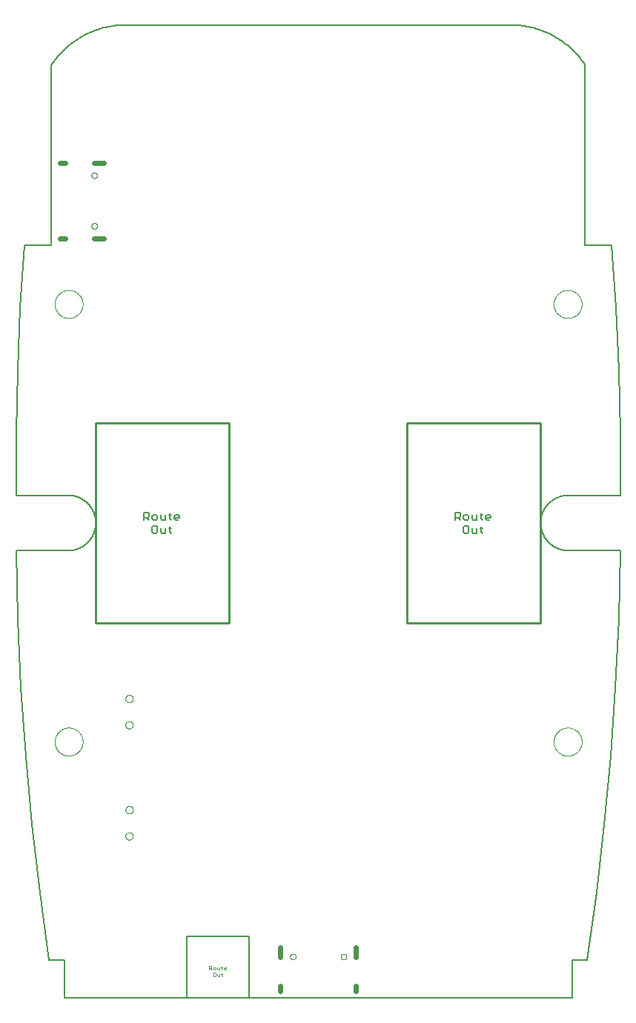
<source format=gko>
G04 EAGLE Gerber RS-274X export*
G75*
%MOMM*%
%FSLAX34Y34*%
%LPD*%
%IN*%
%IPPOS*%
%AMOC8*
5,1,8,0,0,1.08239X$1,22.5*%
G01*
%ADD10C,0.254000*%
%ADD11C,0.152400*%
%ADD12C,0.000000*%
%ADD13C,0.600000*%
%ADD14C,0.076200*%
%ADD15C,0.203200*%


D10*
X0Y660400D02*
X152400Y660400D01*
X152400Y431800D01*
X0Y431800D01*
X0Y660400D01*
X355600Y660400D02*
X508000Y660400D01*
X508000Y431800D01*
X355600Y431800D01*
X355600Y660400D01*
D11*
X55133Y558045D02*
X55133Y549402D01*
X55133Y558045D02*
X59455Y558045D01*
X60895Y556605D01*
X60895Y553724D01*
X59455Y552283D01*
X55133Y552283D01*
X58014Y552283D02*
X60895Y549402D01*
X65929Y549402D02*
X68810Y549402D01*
X70251Y550843D01*
X70251Y553724D01*
X68810Y555164D01*
X65929Y555164D01*
X64488Y553724D01*
X64488Y550843D01*
X65929Y549402D01*
X73844Y550843D02*
X73844Y555164D01*
X73844Y550843D02*
X75284Y549402D01*
X79606Y549402D01*
X79606Y555164D01*
X84639Y556605D02*
X84639Y550843D01*
X86080Y549402D01*
X86080Y555164D02*
X83199Y555164D01*
X90876Y549402D02*
X93757Y549402D01*
X90876Y549402D02*
X89436Y550843D01*
X89436Y553724D01*
X90876Y555164D01*
X93757Y555164D01*
X95198Y553724D01*
X95198Y552283D01*
X89436Y552283D01*
X68810Y542805D02*
X65929Y542805D01*
X64488Y541365D01*
X64488Y535603D01*
X65929Y534162D01*
X68810Y534162D01*
X70251Y535603D01*
X70251Y541365D01*
X68810Y542805D01*
X73844Y539924D02*
X73844Y535603D01*
X75284Y534162D01*
X79606Y534162D01*
X79606Y539924D01*
X84639Y541365D02*
X84639Y535603D01*
X86080Y534162D01*
X86080Y539924D02*
X83199Y539924D01*
X410733Y549402D02*
X410733Y558045D01*
X415055Y558045D01*
X416495Y556605D01*
X416495Y553724D01*
X415055Y552283D01*
X410733Y552283D01*
X413614Y552283D02*
X416495Y549402D01*
X421529Y549402D02*
X424410Y549402D01*
X425851Y550843D01*
X425851Y553724D01*
X424410Y555164D01*
X421529Y555164D01*
X420088Y553724D01*
X420088Y550843D01*
X421529Y549402D01*
X429444Y550843D02*
X429444Y555164D01*
X429444Y550843D02*
X430884Y549402D01*
X435206Y549402D01*
X435206Y555164D01*
X440239Y556605D02*
X440239Y550843D01*
X441680Y549402D01*
X441680Y555164D02*
X438799Y555164D01*
X446476Y549402D02*
X449357Y549402D01*
X446476Y549402D02*
X445036Y550843D01*
X445036Y553724D01*
X446476Y555164D01*
X449357Y555164D01*
X450798Y553724D01*
X450798Y552283D01*
X445036Y552283D01*
X424410Y542805D02*
X421529Y542805D01*
X420088Y541365D01*
X420088Y535603D01*
X421529Y534162D01*
X424410Y534162D01*
X425851Y535603D01*
X425851Y541365D01*
X424410Y542805D01*
X429444Y539924D02*
X429444Y535603D01*
X430884Y534162D01*
X435206Y534162D01*
X435206Y539924D01*
X440239Y541365D02*
X440239Y535603D01*
X441680Y534162D01*
X441680Y539924D02*
X438799Y539924D01*
D12*
X221850Y50320D02*
X221852Y50433D01*
X221858Y50547D01*
X221868Y50660D01*
X221882Y50772D01*
X221899Y50884D01*
X221921Y50996D01*
X221947Y51106D01*
X221976Y51216D01*
X222009Y51324D01*
X222046Y51432D01*
X222087Y51537D01*
X222131Y51642D01*
X222179Y51745D01*
X222230Y51846D01*
X222285Y51945D01*
X222344Y52042D01*
X222406Y52137D01*
X222471Y52230D01*
X222539Y52321D01*
X222610Y52409D01*
X222685Y52495D01*
X222762Y52578D01*
X222842Y52658D01*
X222925Y52735D01*
X223011Y52810D01*
X223099Y52881D01*
X223190Y52949D01*
X223283Y53014D01*
X223378Y53076D01*
X223475Y53135D01*
X223574Y53190D01*
X223675Y53241D01*
X223778Y53289D01*
X223883Y53333D01*
X223988Y53374D01*
X224096Y53411D01*
X224204Y53444D01*
X224314Y53473D01*
X224424Y53499D01*
X224536Y53521D01*
X224648Y53538D01*
X224760Y53552D01*
X224873Y53562D01*
X224987Y53568D01*
X225100Y53570D01*
X225213Y53568D01*
X225327Y53562D01*
X225440Y53552D01*
X225552Y53538D01*
X225664Y53521D01*
X225776Y53499D01*
X225886Y53473D01*
X225996Y53444D01*
X226104Y53411D01*
X226212Y53374D01*
X226317Y53333D01*
X226422Y53289D01*
X226525Y53241D01*
X226626Y53190D01*
X226725Y53135D01*
X226822Y53076D01*
X226917Y53014D01*
X227010Y52949D01*
X227101Y52881D01*
X227189Y52810D01*
X227275Y52735D01*
X227358Y52658D01*
X227438Y52578D01*
X227515Y52495D01*
X227590Y52409D01*
X227661Y52321D01*
X227729Y52230D01*
X227794Y52137D01*
X227856Y52042D01*
X227915Y51945D01*
X227970Y51846D01*
X228021Y51745D01*
X228069Y51642D01*
X228113Y51537D01*
X228154Y51432D01*
X228191Y51324D01*
X228224Y51216D01*
X228253Y51106D01*
X228279Y50996D01*
X228301Y50884D01*
X228318Y50772D01*
X228332Y50660D01*
X228342Y50547D01*
X228348Y50433D01*
X228350Y50320D01*
X228348Y50207D01*
X228342Y50093D01*
X228332Y49980D01*
X228318Y49868D01*
X228301Y49756D01*
X228279Y49644D01*
X228253Y49534D01*
X228224Y49424D01*
X228191Y49316D01*
X228154Y49208D01*
X228113Y49103D01*
X228069Y48998D01*
X228021Y48895D01*
X227970Y48794D01*
X227915Y48695D01*
X227856Y48598D01*
X227794Y48503D01*
X227729Y48410D01*
X227661Y48319D01*
X227590Y48231D01*
X227515Y48145D01*
X227438Y48062D01*
X227358Y47982D01*
X227275Y47905D01*
X227189Y47830D01*
X227101Y47759D01*
X227010Y47691D01*
X226917Y47626D01*
X226822Y47564D01*
X226725Y47505D01*
X226626Y47450D01*
X226525Y47399D01*
X226422Y47351D01*
X226317Y47307D01*
X226212Y47266D01*
X226104Y47229D01*
X225996Y47196D01*
X225886Y47167D01*
X225776Y47141D01*
X225664Y47119D01*
X225552Y47102D01*
X225440Y47088D01*
X225327Y47078D01*
X225213Y47072D01*
X225100Y47070D01*
X224987Y47072D01*
X224873Y47078D01*
X224760Y47088D01*
X224648Y47102D01*
X224536Y47119D01*
X224424Y47141D01*
X224314Y47167D01*
X224204Y47196D01*
X224096Y47229D01*
X223988Y47266D01*
X223883Y47307D01*
X223778Y47351D01*
X223675Y47399D01*
X223574Y47450D01*
X223475Y47505D01*
X223378Y47564D01*
X223283Y47626D01*
X223190Y47691D01*
X223099Y47759D01*
X223011Y47830D01*
X222925Y47905D01*
X222842Y47982D01*
X222762Y48062D01*
X222685Y48145D01*
X222610Y48231D01*
X222539Y48319D01*
X222471Y48410D01*
X222406Y48503D01*
X222344Y48598D01*
X222285Y48695D01*
X222230Y48794D01*
X222179Y48895D01*
X222131Y48998D01*
X222087Y49103D01*
X222046Y49208D01*
X222009Y49316D01*
X221976Y49424D01*
X221947Y49534D01*
X221921Y49644D01*
X221899Y49756D01*
X221882Y49868D01*
X221868Y49980D01*
X221858Y50093D01*
X221852Y50207D01*
X221850Y50320D01*
X279650Y50320D02*
X279652Y50433D01*
X279658Y50547D01*
X279668Y50660D01*
X279682Y50772D01*
X279699Y50884D01*
X279721Y50996D01*
X279747Y51106D01*
X279776Y51216D01*
X279809Y51324D01*
X279846Y51432D01*
X279887Y51537D01*
X279931Y51642D01*
X279979Y51745D01*
X280030Y51846D01*
X280085Y51945D01*
X280144Y52042D01*
X280206Y52137D01*
X280271Y52230D01*
X280339Y52321D01*
X280410Y52409D01*
X280485Y52495D01*
X280562Y52578D01*
X280642Y52658D01*
X280725Y52735D01*
X280811Y52810D01*
X280899Y52881D01*
X280990Y52949D01*
X281083Y53014D01*
X281178Y53076D01*
X281275Y53135D01*
X281374Y53190D01*
X281475Y53241D01*
X281578Y53289D01*
X281683Y53333D01*
X281788Y53374D01*
X281896Y53411D01*
X282004Y53444D01*
X282114Y53473D01*
X282224Y53499D01*
X282336Y53521D01*
X282448Y53538D01*
X282560Y53552D01*
X282673Y53562D01*
X282787Y53568D01*
X282900Y53570D01*
X283013Y53568D01*
X283127Y53562D01*
X283240Y53552D01*
X283352Y53538D01*
X283464Y53521D01*
X283576Y53499D01*
X283686Y53473D01*
X283796Y53444D01*
X283904Y53411D01*
X284012Y53374D01*
X284117Y53333D01*
X284222Y53289D01*
X284325Y53241D01*
X284426Y53190D01*
X284525Y53135D01*
X284622Y53076D01*
X284717Y53014D01*
X284810Y52949D01*
X284901Y52881D01*
X284989Y52810D01*
X285075Y52735D01*
X285158Y52658D01*
X285238Y52578D01*
X285315Y52495D01*
X285390Y52409D01*
X285461Y52321D01*
X285529Y52230D01*
X285594Y52137D01*
X285656Y52042D01*
X285715Y51945D01*
X285770Y51846D01*
X285821Y51745D01*
X285869Y51642D01*
X285913Y51537D01*
X285954Y51432D01*
X285991Y51324D01*
X286024Y51216D01*
X286053Y51106D01*
X286079Y50996D01*
X286101Y50884D01*
X286118Y50772D01*
X286132Y50660D01*
X286142Y50547D01*
X286148Y50433D01*
X286150Y50320D01*
X286148Y50207D01*
X286142Y50093D01*
X286132Y49980D01*
X286118Y49868D01*
X286101Y49756D01*
X286079Y49644D01*
X286053Y49534D01*
X286024Y49424D01*
X285991Y49316D01*
X285954Y49208D01*
X285913Y49103D01*
X285869Y48998D01*
X285821Y48895D01*
X285770Y48794D01*
X285715Y48695D01*
X285656Y48598D01*
X285594Y48503D01*
X285529Y48410D01*
X285461Y48319D01*
X285390Y48231D01*
X285315Y48145D01*
X285238Y48062D01*
X285158Y47982D01*
X285075Y47905D01*
X284989Y47830D01*
X284901Y47759D01*
X284810Y47691D01*
X284717Y47626D01*
X284622Y47564D01*
X284525Y47505D01*
X284426Y47450D01*
X284325Y47399D01*
X284222Y47351D01*
X284117Y47307D01*
X284012Y47266D01*
X283904Y47229D01*
X283796Y47196D01*
X283686Y47167D01*
X283576Y47141D01*
X283464Y47119D01*
X283352Y47102D01*
X283240Y47088D01*
X283127Y47078D01*
X283013Y47072D01*
X282900Y47070D01*
X282787Y47072D01*
X282673Y47078D01*
X282560Y47088D01*
X282448Y47102D01*
X282336Y47119D01*
X282224Y47141D01*
X282114Y47167D01*
X282004Y47196D01*
X281896Y47229D01*
X281788Y47266D01*
X281683Y47307D01*
X281578Y47351D01*
X281475Y47399D01*
X281374Y47450D01*
X281275Y47505D01*
X281178Y47564D01*
X281083Y47626D01*
X280990Y47691D01*
X280899Y47759D01*
X280811Y47830D01*
X280725Y47905D01*
X280642Y47982D01*
X280562Y48062D01*
X280485Y48145D01*
X280410Y48231D01*
X280339Y48319D01*
X280271Y48410D01*
X280206Y48503D01*
X280144Y48598D01*
X280085Y48695D01*
X280030Y48794D01*
X279979Y48895D01*
X279931Y48998D01*
X279887Y49103D01*
X279846Y49208D01*
X279809Y49316D01*
X279776Y49424D01*
X279747Y49534D01*
X279721Y49644D01*
X279699Y49756D01*
X279682Y49868D01*
X279668Y49980D01*
X279658Y50093D01*
X279652Y50207D01*
X279650Y50320D01*
D13*
X210820Y50120D02*
X210820Y61120D01*
X297180Y61120D02*
X297180Y50120D01*
X210820Y16970D02*
X210820Y10770D01*
X297180Y10770D02*
X297180Y16970D01*
D11*
X175200Y3810D02*
X175200Y73810D01*
X104200Y73810D01*
X104200Y3810D01*
D14*
X129339Y35441D02*
X129339Y39683D01*
X131459Y39683D01*
X132166Y38976D01*
X132166Y37562D01*
X131459Y36855D01*
X129339Y36855D01*
X130752Y36855D02*
X132166Y35441D01*
X134649Y35441D02*
X136063Y35441D01*
X136770Y36148D01*
X136770Y37562D01*
X136063Y38269D01*
X134649Y38269D01*
X133942Y37562D01*
X133942Y36148D01*
X134649Y35441D01*
X138546Y36148D02*
X138546Y38269D01*
X138546Y36148D02*
X139253Y35441D01*
X141374Y35441D01*
X141374Y38269D01*
X143857Y38976D02*
X143857Y36148D01*
X144564Y35441D01*
X144564Y38269D02*
X143150Y38269D01*
X146926Y35441D02*
X148340Y35441D01*
X146926Y35441D02*
X146220Y36148D01*
X146220Y37562D01*
X146926Y38269D01*
X148340Y38269D01*
X149047Y37562D01*
X149047Y36855D01*
X146220Y36855D01*
X136063Y32183D02*
X134649Y32183D01*
X133942Y31476D01*
X133942Y28648D01*
X134649Y27941D01*
X136063Y27941D01*
X136770Y28648D01*
X136770Y31476D01*
X136063Y32183D01*
X138546Y30769D02*
X138546Y28648D01*
X139253Y27941D01*
X141374Y27941D01*
X141374Y30769D01*
X143857Y31476D02*
X143857Y28648D01*
X144564Y27941D01*
X144564Y30769D02*
X143150Y30769D01*
D15*
X25908Y1114750D02*
X482092Y1114750D01*
D12*
X-46990Y296037D02*
X-46985Y296430D01*
X-46971Y296822D01*
X-46947Y297214D01*
X-46913Y297605D01*
X-46870Y297996D01*
X-46817Y298385D01*
X-46754Y298773D01*
X-46683Y299159D01*
X-46601Y299543D01*
X-46510Y299925D01*
X-46410Y300305D01*
X-46301Y300682D01*
X-46182Y301057D01*
X-46055Y301428D01*
X-45918Y301796D01*
X-45772Y302161D01*
X-45617Y302522D01*
X-45454Y302879D01*
X-45281Y303232D01*
X-45101Y303580D01*
X-44911Y303924D01*
X-44713Y304264D01*
X-44507Y304598D01*
X-44293Y304927D01*
X-44071Y305251D01*
X-43841Y305569D01*
X-43603Y305882D01*
X-43358Y306189D01*
X-43105Y306489D01*
X-42845Y306783D01*
X-42577Y307071D01*
X-42303Y307352D01*
X-42022Y307626D01*
X-41734Y307894D01*
X-41440Y308154D01*
X-41140Y308407D01*
X-40833Y308652D01*
X-40520Y308890D01*
X-40202Y309120D01*
X-39878Y309342D01*
X-39549Y309556D01*
X-39215Y309762D01*
X-38875Y309960D01*
X-38531Y310150D01*
X-38183Y310330D01*
X-37830Y310503D01*
X-37473Y310666D01*
X-37112Y310821D01*
X-36747Y310967D01*
X-36379Y311104D01*
X-36008Y311231D01*
X-35633Y311350D01*
X-35256Y311459D01*
X-34876Y311559D01*
X-34494Y311650D01*
X-34110Y311732D01*
X-33724Y311803D01*
X-33336Y311866D01*
X-32947Y311919D01*
X-32556Y311962D01*
X-32165Y311996D01*
X-31773Y312020D01*
X-31381Y312034D01*
X-30988Y312039D01*
X-30595Y312034D01*
X-30203Y312020D01*
X-29811Y311996D01*
X-29420Y311962D01*
X-29029Y311919D01*
X-28640Y311866D01*
X-28252Y311803D01*
X-27866Y311732D01*
X-27482Y311650D01*
X-27100Y311559D01*
X-26720Y311459D01*
X-26343Y311350D01*
X-25968Y311231D01*
X-25597Y311104D01*
X-25229Y310967D01*
X-24864Y310821D01*
X-24503Y310666D01*
X-24146Y310503D01*
X-23793Y310330D01*
X-23445Y310150D01*
X-23101Y309960D01*
X-22761Y309762D01*
X-22427Y309556D01*
X-22098Y309342D01*
X-21774Y309120D01*
X-21456Y308890D01*
X-21143Y308652D01*
X-20836Y308407D01*
X-20536Y308154D01*
X-20242Y307894D01*
X-19954Y307626D01*
X-19673Y307352D01*
X-19399Y307071D01*
X-19131Y306783D01*
X-18871Y306489D01*
X-18618Y306189D01*
X-18373Y305882D01*
X-18135Y305569D01*
X-17905Y305251D01*
X-17683Y304927D01*
X-17469Y304598D01*
X-17263Y304264D01*
X-17065Y303924D01*
X-16875Y303580D01*
X-16695Y303232D01*
X-16522Y302879D01*
X-16359Y302522D01*
X-16204Y302161D01*
X-16058Y301796D01*
X-15921Y301428D01*
X-15794Y301057D01*
X-15675Y300682D01*
X-15566Y300305D01*
X-15466Y299925D01*
X-15375Y299543D01*
X-15293Y299159D01*
X-15222Y298773D01*
X-15159Y298385D01*
X-15106Y297996D01*
X-15063Y297605D01*
X-15029Y297214D01*
X-15005Y296822D01*
X-14991Y296430D01*
X-14986Y296037D01*
X-14991Y295644D01*
X-15005Y295252D01*
X-15029Y294860D01*
X-15063Y294469D01*
X-15106Y294078D01*
X-15159Y293689D01*
X-15222Y293301D01*
X-15293Y292915D01*
X-15375Y292531D01*
X-15466Y292149D01*
X-15566Y291769D01*
X-15675Y291392D01*
X-15794Y291017D01*
X-15921Y290646D01*
X-16058Y290278D01*
X-16204Y289913D01*
X-16359Y289552D01*
X-16522Y289195D01*
X-16695Y288842D01*
X-16875Y288494D01*
X-17065Y288150D01*
X-17263Y287810D01*
X-17469Y287476D01*
X-17683Y287147D01*
X-17905Y286823D01*
X-18135Y286505D01*
X-18373Y286192D01*
X-18618Y285885D01*
X-18871Y285585D01*
X-19131Y285291D01*
X-19399Y285003D01*
X-19673Y284722D01*
X-19954Y284448D01*
X-20242Y284180D01*
X-20536Y283920D01*
X-20836Y283667D01*
X-21143Y283422D01*
X-21456Y283184D01*
X-21774Y282954D01*
X-22098Y282732D01*
X-22427Y282518D01*
X-22761Y282312D01*
X-23101Y282114D01*
X-23445Y281924D01*
X-23793Y281744D01*
X-24146Y281571D01*
X-24503Y281408D01*
X-24864Y281253D01*
X-25229Y281107D01*
X-25597Y280970D01*
X-25968Y280843D01*
X-26343Y280724D01*
X-26720Y280615D01*
X-27100Y280515D01*
X-27482Y280424D01*
X-27866Y280342D01*
X-28252Y280271D01*
X-28640Y280208D01*
X-29029Y280155D01*
X-29420Y280112D01*
X-29811Y280078D01*
X-30203Y280054D01*
X-30595Y280040D01*
X-30988Y280035D01*
X-31381Y280040D01*
X-31773Y280054D01*
X-32165Y280078D01*
X-32556Y280112D01*
X-32947Y280155D01*
X-33336Y280208D01*
X-33724Y280271D01*
X-34110Y280342D01*
X-34494Y280424D01*
X-34876Y280515D01*
X-35256Y280615D01*
X-35633Y280724D01*
X-36008Y280843D01*
X-36379Y280970D01*
X-36747Y281107D01*
X-37112Y281253D01*
X-37473Y281408D01*
X-37830Y281571D01*
X-38183Y281744D01*
X-38531Y281924D01*
X-38875Y282114D01*
X-39215Y282312D01*
X-39549Y282518D01*
X-39878Y282732D01*
X-40202Y282954D01*
X-40520Y283184D01*
X-40833Y283422D01*
X-41140Y283667D01*
X-41440Y283920D01*
X-41734Y284180D01*
X-42022Y284448D01*
X-42303Y284722D01*
X-42577Y285003D01*
X-42845Y285291D01*
X-43105Y285585D01*
X-43358Y285885D01*
X-43603Y286192D01*
X-43841Y286505D01*
X-44071Y286823D01*
X-44293Y287147D01*
X-44507Y287476D01*
X-44713Y287810D01*
X-44911Y288150D01*
X-45101Y288494D01*
X-45281Y288842D01*
X-45454Y289195D01*
X-45617Y289552D01*
X-45772Y289913D01*
X-45918Y290278D01*
X-46055Y290646D01*
X-46182Y291017D01*
X-46301Y291392D01*
X-46410Y291769D01*
X-46510Y292149D01*
X-46601Y292531D01*
X-46683Y292915D01*
X-46754Y293301D01*
X-46817Y293689D01*
X-46870Y294078D01*
X-46913Y294469D01*
X-46947Y294860D01*
X-46971Y295252D01*
X-46985Y295644D01*
X-46990Y296037D01*
X-46990Y796163D02*
X-46985Y796556D01*
X-46971Y796948D01*
X-46947Y797340D01*
X-46913Y797731D01*
X-46870Y798122D01*
X-46817Y798511D01*
X-46754Y798899D01*
X-46683Y799285D01*
X-46601Y799669D01*
X-46510Y800051D01*
X-46410Y800431D01*
X-46301Y800808D01*
X-46182Y801183D01*
X-46055Y801554D01*
X-45918Y801922D01*
X-45772Y802287D01*
X-45617Y802648D01*
X-45454Y803005D01*
X-45281Y803358D01*
X-45101Y803706D01*
X-44911Y804050D01*
X-44713Y804390D01*
X-44507Y804724D01*
X-44293Y805053D01*
X-44071Y805377D01*
X-43841Y805695D01*
X-43603Y806008D01*
X-43358Y806315D01*
X-43105Y806615D01*
X-42845Y806909D01*
X-42577Y807197D01*
X-42303Y807478D01*
X-42022Y807752D01*
X-41734Y808020D01*
X-41440Y808280D01*
X-41140Y808533D01*
X-40833Y808778D01*
X-40520Y809016D01*
X-40202Y809246D01*
X-39878Y809468D01*
X-39549Y809682D01*
X-39215Y809888D01*
X-38875Y810086D01*
X-38531Y810276D01*
X-38183Y810456D01*
X-37830Y810629D01*
X-37473Y810792D01*
X-37112Y810947D01*
X-36747Y811093D01*
X-36379Y811230D01*
X-36008Y811357D01*
X-35633Y811476D01*
X-35256Y811585D01*
X-34876Y811685D01*
X-34494Y811776D01*
X-34110Y811858D01*
X-33724Y811929D01*
X-33336Y811992D01*
X-32947Y812045D01*
X-32556Y812088D01*
X-32165Y812122D01*
X-31773Y812146D01*
X-31381Y812160D01*
X-30988Y812165D01*
X-30595Y812160D01*
X-30203Y812146D01*
X-29811Y812122D01*
X-29420Y812088D01*
X-29029Y812045D01*
X-28640Y811992D01*
X-28252Y811929D01*
X-27866Y811858D01*
X-27482Y811776D01*
X-27100Y811685D01*
X-26720Y811585D01*
X-26343Y811476D01*
X-25968Y811357D01*
X-25597Y811230D01*
X-25229Y811093D01*
X-24864Y810947D01*
X-24503Y810792D01*
X-24146Y810629D01*
X-23793Y810456D01*
X-23445Y810276D01*
X-23101Y810086D01*
X-22761Y809888D01*
X-22427Y809682D01*
X-22098Y809468D01*
X-21774Y809246D01*
X-21456Y809016D01*
X-21143Y808778D01*
X-20836Y808533D01*
X-20536Y808280D01*
X-20242Y808020D01*
X-19954Y807752D01*
X-19673Y807478D01*
X-19399Y807197D01*
X-19131Y806909D01*
X-18871Y806615D01*
X-18618Y806315D01*
X-18373Y806008D01*
X-18135Y805695D01*
X-17905Y805377D01*
X-17683Y805053D01*
X-17469Y804724D01*
X-17263Y804390D01*
X-17065Y804050D01*
X-16875Y803706D01*
X-16695Y803358D01*
X-16522Y803005D01*
X-16359Y802648D01*
X-16204Y802287D01*
X-16058Y801922D01*
X-15921Y801554D01*
X-15794Y801183D01*
X-15675Y800808D01*
X-15566Y800431D01*
X-15466Y800051D01*
X-15375Y799669D01*
X-15293Y799285D01*
X-15222Y798899D01*
X-15159Y798511D01*
X-15106Y798122D01*
X-15063Y797731D01*
X-15029Y797340D01*
X-15005Y796948D01*
X-14991Y796556D01*
X-14986Y796163D01*
X-14991Y795770D01*
X-15005Y795378D01*
X-15029Y794986D01*
X-15063Y794595D01*
X-15106Y794204D01*
X-15159Y793815D01*
X-15222Y793427D01*
X-15293Y793041D01*
X-15375Y792657D01*
X-15466Y792275D01*
X-15566Y791895D01*
X-15675Y791518D01*
X-15794Y791143D01*
X-15921Y790772D01*
X-16058Y790404D01*
X-16204Y790039D01*
X-16359Y789678D01*
X-16522Y789321D01*
X-16695Y788968D01*
X-16875Y788620D01*
X-17065Y788276D01*
X-17263Y787936D01*
X-17469Y787602D01*
X-17683Y787273D01*
X-17905Y786949D01*
X-18135Y786631D01*
X-18373Y786318D01*
X-18618Y786011D01*
X-18871Y785711D01*
X-19131Y785417D01*
X-19399Y785129D01*
X-19673Y784848D01*
X-19954Y784574D01*
X-20242Y784306D01*
X-20536Y784046D01*
X-20836Y783793D01*
X-21143Y783548D01*
X-21456Y783310D01*
X-21774Y783080D01*
X-22098Y782858D01*
X-22427Y782644D01*
X-22761Y782438D01*
X-23101Y782240D01*
X-23445Y782050D01*
X-23793Y781870D01*
X-24146Y781697D01*
X-24503Y781534D01*
X-24864Y781379D01*
X-25229Y781233D01*
X-25597Y781096D01*
X-25968Y780969D01*
X-26343Y780850D01*
X-26720Y780741D01*
X-27100Y780641D01*
X-27482Y780550D01*
X-27866Y780468D01*
X-28252Y780397D01*
X-28640Y780334D01*
X-29029Y780281D01*
X-29420Y780238D01*
X-29811Y780204D01*
X-30203Y780180D01*
X-30595Y780166D01*
X-30988Y780161D01*
X-31381Y780166D01*
X-31773Y780180D01*
X-32165Y780204D01*
X-32556Y780238D01*
X-32947Y780281D01*
X-33336Y780334D01*
X-33724Y780397D01*
X-34110Y780468D01*
X-34494Y780550D01*
X-34876Y780641D01*
X-35256Y780741D01*
X-35633Y780850D01*
X-36008Y780969D01*
X-36379Y781096D01*
X-36747Y781233D01*
X-37112Y781379D01*
X-37473Y781534D01*
X-37830Y781697D01*
X-38183Y781870D01*
X-38531Y782050D01*
X-38875Y782240D01*
X-39215Y782438D01*
X-39549Y782644D01*
X-39878Y782858D01*
X-40202Y783080D01*
X-40520Y783310D01*
X-40833Y783548D01*
X-41140Y783793D01*
X-41440Y784046D01*
X-41734Y784306D01*
X-42022Y784574D01*
X-42303Y784848D01*
X-42577Y785129D01*
X-42845Y785417D01*
X-43105Y785711D01*
X-43358Y786011D01*
X-43603Y786318D01*
X-43841Y786631D01*
X-44071Y786949D01*
X-44293Y787273D01*
X-44507Y787602D01*
X-44713Y787936D01*
X-44911Y788276D01*
X-45101Y788620D01*
X-45281Y788968D01*
X-45454Y789321D01*
X-45617Y789678D01*
X-45772Y790039D01*
X-45918Y790404D01*
X-46055Y790772D01*
X-46182Y791143D01*
X-46301Y791518D01*
X-46410Y791895D01*
X-46510Y792275D01*
X-46601Y792657D01*
X-46683Y793041D01*
X-46754Y793427D01*
X-46817Y793815D01*
X-46870Y794204D01*
X-46913Y794595D01*
X-46947Y794986D01*
X-46971Y795378D01*
X-46985Y795770D01*
X-46990Y796163D01*
X522986Y796163D02*
X522991Y796556D01*
X523005Y796948D01*
X523029Y797340D01*
X523063Y797731D01*
X523106Y798122D01*
X523159Y798511D01*
X523222Y798899D01*
X523293Y799285D01*
X523375Y799669D01*
X523466Y800051D01*
X523566Y800431D01*
X523675Y800808D01*
X523794Y801183D01*
X523921Y801554D01*
X524058Y801922D01*
X524204Y802287D01*
X524359Y802648D01*
X524522Y803005D01*
X524695Y803358D01*
X524875Y803706D01*
X525065Y804050D01*
X525263Y804390D01*
X525469Y804724D01*
X525683Y805053D01*
X525905Y805377D01*
X526135Y805695D01*
X526373Y806008D01*
X526618Y806315D01*
X526871Y806615D01*
X527131Y806909D01*
X527399Y807197D01*
X527673Y807478D01*
X527954Y807752D01*
X528242Y808020D01*
X528536Y808280D01*
X528836Y808533D01*
X529143Y808778D01*
X529456Y809016D01*
X529774Y809246D01*
X530098Y809468D01*
X530427Y809682D01*
X530761Y809888D01*
X531101Y810086D01*
X531445Y810276D01*
X531793Y810456D01*
X532146Y810629D01*
X532503Y810792D01*
X532864Y810947D01*
X533229Y811093D01*
X533597Y811230D01*
X533968Y811357D01*
X534343Y811476D01*
X534720Y811585D01*
X535100Y811685D01*
X535482Y811776D01*
X535866Y811858D01*
X536252Y811929D01*
X536640Y811992D01*
X537029Y812045D01*
X537420Y812088D01*
X537811Y812122D01*
X538203Y812146D01*
X538595Y812160D01*
X538988Y812165D01*
X539381Y812160D01*
X539773Y812146D01*
X540165Y812122D01*
X540556Y812088D01*
X540947Y812045D01*
X541336Y811992D01*
X541724Y811929D01*
X542110Y811858D01*
X542494Y811776D01*
X542876Y811685D01*
X543256Y811585D01*
X543633Y811476D01*
X544008Y811357D01*
X544379Y811230D01*
X544747Y811093D01*
X545112Y810947D01*
X545473Y810792D01*
X545830Y810629D01*
X546183Y810456D01*
X546531Y810276D01*
X546875Y810086D01*
X547215Y809888D01*
X547549Y809682D01*
X547878Y809468D01*
X548202Y809246D01*
X548520Y809016D01*
X548833Y808778D01*
X549140Y808533D01*
X549440Y808280D01*
X549734Y808020D01*
X550022Y807752D01*
X550303Y807478D01*
X550577Y807197D01*
X550845Y806909D01*
X551105Y806615D01*
X551358Y806315D01*
X551603Y806008D01*
X551841Y805695D01*
X552071Y805377D01*
X552293Y805053D01*
X552507Y804724D01*
X552713Y804390D01*
X552911Y804050D01*
X553101Y803706D01*
X553281Y803358D01*
X553454Y803005D01*
X553617Y802648D01*
X553772Y802287D01*
X553918Y801922D01*
X554055Y801554D01*
X554182Y801183D01*
X554301Y800808D01*
X554410Y800431D01*
X554510Y800051D01*
X554601Y799669D01*
X554683Y799285D01*
X554754Y798899D01*
X554817Y798511D01*
X554870Y798122D01*
X554913Y797731D01*
X554947Y797340D01*
X554971Y796948D01*
X554985Y796556D01*
X554990Y796163D01*
X554985Y795770D01*
X554971Y795378D01*
X554947Y794986D01*
X554913Y794595D01*
X554870Y794204D01*
X554817Y793815D01*
X554754Y793427D01*
X554683Y793041D01*
X554601Y792657D01*
X554510Y792275D01*
X554410Y791895D01*
X554301Y791518D01*
X554182Y791143D01*
X554055Y790772D01*
X553918Y790404D01*
X553772Y790039D01*
X553617Y789678D01*
X553454Y789321D01*
X553281Y788968D01*
X553101Y788620D01*
X552911Y788276D01*
X552713Y787936D01*
X552507Y787602D01*
X552293Y787273D01*
X552071Y786949D01*
X551841Y786631D01*
X551603Y786318D01*
X551358Y786011D01*
X551105Y785711D01*
X550845Y785417D01*
X550577Y785129D01*
X550303Y784848D01*
X550022Y784574D01*
X549734Y784306D01*
X549440Y784046D01*
X549140Y783793D01*
X548833Y783548D01*
X548520Y783310D01*
X548202Y783080D01*
X547878Y782858D01*
X547549Y782644D01*
X547215Y782438D01*
X546875Y782240D01*
X546531Y782050D01*
X546183Y781870D01*
X545830Y781697D01*
X545473Y781534D01*
X545112Y781379D01*
X544747Y781233D01*
X544379Y781096D01*
X544008Y780969D01*
X543633Y780850D01*
X543256Y780741D01*
X542876Y780641D01*
X542494Y780550D01*
X542110Y780468D01*
X541724Y780397D01*
X541336Y780334D01*
X540947Y780281D01*
X540556Y780238D01*
X540165Y780204D01*
X539773Y780180D01*
X539381Y780166D01*
X538988Y780161D01*
X538595Y780166D01*
X538203Y780180D01*
X537811Y780204D01*
X537420Y780238D01*
X537029Y780281D01*
X536640Y780334D01*
X536252Y780397D01*
X535866Y780468D01*
X535482Y780550D01*
X535100Y780641D01*
X534720Y780741D01*
X534343Y780850D01*
X533968Y780969D01*
X533597Y781096D01*
X533229Y781233D01*
X532864Y781379D01*
X532503Y781534D01*
X532146Y781697D01*
X531793Y781870D01*
X531445Y782050D01*
X531101Y782240D01*
X530761Y782438D01*
X530427Y782644D01*
X530098Y782858D01*
X529774Y783080D01*
X529456Y783310D01*
X529143Y783548D01*
X528836Y783793D01*
X528536Y784046D01*
X528242Y784306D01*
X527954Y784574D01*
X527673Y784848D01*
X527399Y785129D01*
X527131Y785417D01*
X526871Y785711D01*
X526618Y786011D01*
X526373Y786318D01*
X526135Y786631D01*
X525905Y786949D01*
X525683Y787273D01*
X525469Y787602D01*
X525263Y787936D01*
X525065Y788276D01*
X524875Y788620D01*
X524695Y788968D01*
X524522Y789321D01*
X524359Y789678D01*
X524204Y790039D01*
X524058Y790404D01*
X523921Y790772D01*
X523794Y791143D01*
X523675Y791518D01*
X523566Y791895D01*
X523466Y792275D01*
X523375Y792657D01*
X523293Y793041D01*
X523222Y793427D01*
X523159Y793815D01*
X523106Y794204D01*
X523063Y794595D01*
X523029Y794986D01*
X523005Y795378D01*
X522991Y795770D01*
X522986Y796163D01*
X522986Y296037D02*
X522991Y296430D01*
X523005Y296822D01*
X523029Y297214D01*
X523063Y297605D01*
X523106Y297996D01*
X523159Y298385D01*
X523222Y298773D01*
X523293Y299159D01*
X523375Y299543D01*
X523466Y299925D01*
X523566Y300305D01*
X523675Y300682D01*
X523794Y301057D01*
X523921Y301428D01*
X524058Y301796D01*
X524204Y302161D01*
X524359Y302522D01*
X524522Y302879D01*
X524695Y303232D01*
X524875Y303580D01*
X525065Y303924D01*
X525263Y304264D01*
X525469Y304598D01*
X525683Y304927D01*
X525905Y305251D01*
X526135Y305569D01*
X526373Y305882D01*
X526618Y306189D01*
X526871Y306489D01*
X527131Y306783D01*
X527399Y307071D01*
X527673Y307352D01*
X527954Y307626D01*
X528242Y307894D01*
X528536Y308154D01*
X528836Y308407D01*
X529143Y308652D01*
X529456Y308890D01*
X529774Y309120D01*
X530098Y309342D01*
X530427Y309556D01*
X530761Y309762D01*
X531101Y309960D01*
X531445Y310150D01*
X531793Y310330D01*
X532146Y310503D01*
X532503Y310666D01*
X532864Y310821D01*
X533229Y310967D01*
X533597Y311104D01*
X533968Y311231D01*
X534343Y311350D01*
X534720Y311459D01*
X535100Y311559D01*
X535482Y311650D01*
X535866Y311732D01*
X536252Y311803D01*
X536640Y311866D01*
X537029Y311919D01*
X537420Y311962D01*
X537811Y311996D01*
X538203Y312020D01*
X538595Y312034D01*
X538988Y312039D01*
X539381Y312034D01*
X539773Y312020D01*
X540165Y311996D01*
X540556Y311962D01*
X540947Y311919D01*
X541336Y311866D01*
X541724Y311803D01*
X542110Y311732D01*
X542494Y311650D01*
X542876Y311559D01*
X543256Y311459D01*
X543633Y311350D01*
X544008Y311231D01*
X544379Y311104D01*
X544747Y310967D01*
X545112Y310821D01*
X545473Y310666D01*
X545830Y310503D01*
X546183Y310330D01*
X546531Y310150D01*
X546875Y309960D01*
X547215Y309762D01*
X547549Y309556D01*
X547878Y309342D01*
X548202Y309120D01*
X548520Y308890D01*
X548833Y308652D01*
X549140Y308407D01*
X549440Y308154D01*
X549734Y307894D01*
X550022Y307626D01*
X550303Y307352D01*
X550577Y307071D01*
X550845Y306783D01*
X551105Y306489D01*
X551358Y306189D01*
X551603Y305882D01*
X551841Y305569D01*
X552071Y305251D01*
X552293Y304927D01*
X552507Y304598D01*
X552713Y304264D01*
X552911Y303924D01*
X553101Y303580D01*
X553281Y303232D01*
X553454Y302879D01*
X553617Y302522D01*
X553772Y302161D01*
X553918Y301796D01*
X554055Y301428D01*
X554182Y301057D01*
X554301Y300682D01*
X554410Y300305D01*
X554510Y299925D01*
X554601Y299543D01*
X554683Y299159D01*
X554754Y298773D01*
X554817Y298385D01*
X554870Y297996D01*
X554913Y297605D01*
X554947Y297214D01*
X554971Y296822D01*
X554985Y296430D01*
X554990Y296037D01*
X554985Y295644D01*
X554971Y295252D01*
X554947Y294860D01*
X554913Y294469D01*
X554870Y294078D01*
X554817Y293689D01*
X554754Y293301D01*
X554683Y292915D01*
X554601Y292531D01*
X554510Y292149D01*
X554410Y291769D01*
X554301Y291392D01*
X554182Y291017D01*
X554055Y290646D01*
X553918Y290278D01*
X553772Y289913D01*
X553617Y289552D01*
X553454Y289195D01*
X553281Y288842D01*
X553101Y288494D01*
X552911Y288150D01*
X552713Y287810D01*
X552507Y287476D01*
X552293Y287147D01*
X552071Y286823D01*
X551841Y286505D01*
X551603Y286192D01*
X551358Y285885D01*
X551105Y285585D01*
X550845Y285291D01*
X550577Y285003D01*
X550303Y284722D01*
X550022Y284448D01*
X549734Y284180D01*
X549440Y283920D01*
X549140Y283667D01*
X548833Y283422D01*
X548520Y283184D01*
X548202Y282954D01*
X547878Y282732D01*
X547549Y282518D01*
X547215Y282312D01*
X546875Y282114D01*
X546531Y281924D01*
X546183Y281744D01*
X545830Y281571D01*
X545473Y281408D01*
X545112Y281253D01*
X544747Y281107D01*
X544379Y280970D01*
X544008Y280843D01*
X543633Y280724D01*
X543256Y280615D01*
X542876Y280515D01*
X542494Y280424D01*
X542110Y280342D01*
X541724Y280271D01*
X541336Y280208D01*
X540947Y280155D01*
X540556Y280112D01*
X540165Y280078D01*
X539773Y280054D01*
X539381Y280040D01*
X538988Y280035D01*
X538595Y280040D01*
X538203Y280054D01*
X537811Y280078D01*
X537420Y280112D01*
X537029Y280155D01*
X536640Y280208D01*
X536252Y280271D01*
X535866Y280342D01*
X535482Y280424D01*
X535100Y280515D01*
X534720Y280615D01*
X534343Y280724D01*
X533968Y280843D01*
X533597Y280970D01*
X533229Y281107D01*
X532864Y281253D01*
X532503Y281408D01*
X532146Y281571D01*
X531793Y281744D01*
X531445Y281924D01*
X531101Y282114D01*
X530761Y282312D01*
X530427Y282518D01*
X530098Y282732D01*
X529774Y282954D01*
X529456Y283184D01*
X529143Y283422D01*
X528836Y283667D01*
X528536Y283920D01*
X528242Y284180D01*
X527954Y284448D01*
X527673Y284722D01*
X527399Y285003D01*
X527131Y285291D01*
X526871Y285585D01*
X526618Y285885D01*
X526373Y286192D01*
X526135Y286505D01*
X525905Y286823D01*
X525683Y287147D01*
X525469Y287476D01*
X525263Y287810D01*
X525065Y288150D01*
X524875Y288494D01*
X524695Y288842D01*
X524522Y289195D01*
X524359Y289552D01*
X524204Y289913D01*
X524058Y290278D01*
X523921Y290646D01*
X523794Y291017D01*
X523675Y291392D01*
X523566Y291769D01*
X523466Y292149D01*
X523375Y292531D01*
X523293Y292915D01*
X523222Y293301D01*
X523159Y293689D01*
X523106Y294078D01*
X523063Y294469D01*
X523029Y294860D01*
X523005Y295252D01*
X522991Y295644D01*
X522986Y296037D01*
D15*
X-31750Y514477D02*
X-91092Y514477D01*
X-91092Y577723D02*
X-31750Y577723D01*
X-30980Y577714D01*
X-30210Y577685D01*
X-29442Y577639D01*
X-28674Y577573D01*
X-27909Y577489D01*
X-27146Y577386D01*
X-26385Y577265D01*
X-25628Y577125D01*
X-24874Y576966D01*
X-24125Y576790D01*
X-23380Y576595D01*
X-22639Y576382D01*
X-21905Y576151D01*
X-21176Y575903D01*
X-20453Y575636D01*
X-19737Y575353D01*
X-19029Y575051D01*
X-18327Y574733D01*
X-17634Y574398D01*
X-16949Y574046D01*
X-16273Y573677D01*
X-15606Y573292D01*
X-14949Y572891D01*
X-14301Y572474D01*
X-13664Y572041D01*
X-13038Y571593D01*
X-12423Y571129D01*
X-11819Y570651D01*
X-11227Y570159D01*
X-10647Y569652D01*
X-10080Y569131D01*
X-9526Y568597D01*
X-8984Y568049D01*
X-8457Y567488D01*
X-7943Y566914D01*
X-7443Y566328D01*
X-6958Y565730D01*
X-6487Y565121D01*
X-6031Y564500D01*
X-5591Y563868D01*
X-5166Y563226D01*
X-4757Y562574D01*
X-4364Y561912D01*
X-3987Y561240D01*
X-3626Y560559D01*
X-3283Y559870D01*
X-2956Y559173D01*
X-2646Y558468D01*
X-2353Y557756D01*
X-2078Y557036D01*
X-1821Y556310D01*
X-1581Y555579D01*
X-1359Y554841D01*
X-1155Y554099D01*
X-970Y553351D01*
X-802Y552599D01*
X-653Y551844D01*
X-522Y551085D01*
X-410Y550323D01*
X-317Y549559D01*
X-242Y548792D01*
X-186Y548024D01*
X-148Y547255D01*
X-129Y546485D01*
X-129Y545715D01*
X-148Y544945D01*
X-186Y544176D01*
X-242Y543408D01*
X-317Y542641D01*
X-410Y541877D01*
X-522Y541115D01*
X-653Y540356D01*
X-802Y539601D01*
X-970Y538849D01*
X-1155Y538101D01*
X-1359Y537359D01*
X-1581Y536621D01*
X-1821Y535890D01*
X-2078Y535164D01*
X-2353Y534444D01*
X-2646Y533732D01*
X-2956Y533027D01*
X-3283Y532330D01*
X-3626Y531641D01*
X-3987Y530960D01*
X-4364Y530289D01*
X-4757Y529626D01*
X-5166Y528974D01*
X-5591Y528332D01*
X-6031Y527700D01*
X-6487Y527079D01*
X-6958Y526470D01*
X-7443Y525872D01*
X-7943Y525286D01*
X-8457Y524712D01*
X-8984Y524151D01*
X-9526Y523603D01*
X-10080Y523069D01*
X-10647Y522548D01*
X-11227Y522041D01*
X-11819Y521549D01*
X-12423Y521071D01*
X-13038Y520607D01*
X-13664Y520159D01*
X-14301Y519726D01*
X-14949Y519309D01*
X-15606Y518908D01*
X-16273Y518523D01*
X-16949Y518154D01*
X-17634Y517802D01*
X-18327Y517467D01*
X-19029Y517149D01*
X-19737Y516847D01*
X-20453Y516564D01*
X-21176Y516297D01*
X-21905Y516049D01*
X-22639Y515818D01*
X-23380Y515605D01*
X-24125Y515410D01*
X-24874Y515234D01*
X-25628Y515075D01*
X-26385Y514935D01*
X-27146Y514814D01*
X-27909Y514711D01*
X-28674Y514627D01*
X-29442Y514561D01*
X-30210Y514515D01*
X-30980Y514486D01*
X-31750Y514477D01*
X539750Y514477D02*
X599092Y514477D01*
X599092Y577723D02*
X539750Y577723D01*
X538980Y577714D01*
X538210Y577685D01*
X537442Y577639D01*
X536674Y577573D01*
X535909Y577489D01*
X535146Y577386D01*
X534385Y577265D01*
X533628Y577125D01*
X532874Y576966D01*
X532125Y576790D01*
X531380Y576595D01*
X530639Y576382D01*
X529905Y576151D01*
X529176Y575903D01*
X528453Y575636D01*
X527737Y575353D01*
X527029Y575051D01*
X526327Y574733D01*
X525634Y574398D01*
X524949Y574046D01*
X524273Y573677D01*
X523606Y573292D01*
X522949Y572891D01*
X522301Y572474D01*
X521664Y572041D01*
X521038Y571593D01*
X520423Y571129D01*
X519819Y570651D01*
X519227Y570159D01*
X518647Y569652D01*
X518080Y569131D01*
X517526Y568597D01*
X516984Y568049D01*
X516457Y567488D01*
X515943Y566914D01*
X515443Y566328D01*
X514958Y565730D01*
X514487Y565121D01*
X514031Y564500D01*
X513591Y563868D01*
X513166Y563226D01*
X512757Y562574D01*
X512364Y561912D01*
X511987Y561240D01*
X511626Y560559D01*
X511283Y559870D01*
X510956Y559173D01*
X510646Y558468D01*
X510353Y557756D01*
X510078Y557036D01*
X509821Y556310D01*
X509581Y555579D01*
X509359Y554841D01*
X509155Y554099D01*
X508970Y553351D01*
X508802Y552599D01*
X508653Y551844D01*
X508522Y551085D01*
X508410Y550323D01*
X508317Y549559D01*
X508242Y548792D01*
X508186Y548024D01*
X508148Y547255D01*
X508129Y546485D01*
X508129Y545715D01*
X508148Y544945D01*
X508186Y544176D01*
X508242Y543408D01*
X508317Y542641D01*
X508410Y541877D01*
X508522Y541115D01*
X508653Y540356D01*
X508802Y539601D01*
X508970Y538849D01*
X509155Y538101D01*
X509359Y537359D01*
X509581Y536621D01*
X509821Y535890D01*
X510078Y535164D01*
X510353Y534444D01*
X510646Y533732D01*
X510956Y533027D01*
X511283Y532330D01*
X511626Y531641D01*
X511987Y530960D01*
X512364Y530288D01*
X512757Y529626D01*
X513166Y528974D01*
X513591Y528332D01*
X514031Y527700D01*
X514487Y527079D01*
X514958Y526470D01*
X515443Y525872D01*
X515943Y525286D01*
X516457Y524712D01*
X516984Y524151D01*
X517526Y523603D01*
X518080Y523069D01*
X518647Y522548D01*
X519227Y522041D01*
X519819Y521549D01*
X520423Y521071D01*
X521038Y520607D01*
X521664Y520159D01*
X522301Y519726D01*
X522949Y519309D01*
X523606Y518908D01*
X524273Y518523D01*
X524949Y518154D01*
X525634Y517802D01*
X526327Y517467D01*
X527029Y517149D01*
X527737Y516847D01*
X528453Y516564D01*
X529176Y516297D01*
X529905Y516049D01*
X530639Y515818D01*
X531380Y515605D01*
X532125Y515410D01*
X532874Y515234D01*
X533628Y515075D01*
X534385Y514935D01*
X535146Y514814D01*
X535909Y514711D01*
X536674Y514627D01*
X537442Y514561D01*
X538210Y514515D01*
X538980Y514486D01*
X539750Y514477D01*
X-50800Y863600D02*
X-81280Y863600D01*
X-50800Y863600D02*
X-50800Y1069340D01*
X-81280Y863600D02*
X-86250Y792237D01*
X-89543Y720777D01*
X-91157Y649259D01*
X-91092Y577723D01*
X-50800Y1069340D02*
X-49447Y1071358D01*
X-48045Y1073342D01*
X-46595Y1075292D01*
X-45100Y1077207D01*
X-43558Y1079085D01*
X-41972Y1080925D01*
X-40342Y1082727D01*
X-38669Y1084489D01*
X-36954Y1086210D01*
X-35199Y1087889D01*
X-33403Y1089526D01*
X-31568Y1091119D01*
X-29696Y1092667D01*
X-27787Y1094170D01*
X-25842Y1095626D01*
X-23863Y1097035D01*
X-21851Y1098397D01*
X-19806Y1099709D01*
X-17730Y1100972D01*
X-15625Y1102184D01*
X-13491Y1103345D01*
X-11330Y1104455D01*
X-9142Y1105513D01*
X-6930Y1106517D01*
X-4694Y1107468D01*
X-2436Y1108365D01*
X-157Y1109207D01*
X2141Y1109994D01*
X4458Y1110725D01*
X6792Y1111401D01*
X9141Y1112020D01*
X11505Y1112583D01*
X13881Y1113088D01*
X16269Y1113536D01*
X18667Y1113927D01*
X21074Y1114259D01*
X23488Y1114534D01*
X25908Y1114750D01*
X-36000Y3350D02*
X544000Y3350D01*
X-36000Y3350D02*
X-36000Y46100D01*
X-53500Y46100D01*
X544000Y46100D02*
X544000Y3350D01*
X544000Y46100D02*
X561000Y46100D01*
X-53500Y46100D02*
X-64165Y123743D01*
X-73074Y201607D01*
X-80225Y279652D01*
X-85614Y357838D01*
X-89237Y436127D01*
X-91092Y514477D01*
X599091Y514477D02*
X597153Y436122D01*
X593446Y357831D01*
X587975Y279644D01*
X580740Y201600D01*
X571747Y123738D01*
X560999Y46100D01*
X558800Y863600D02*
X589280Y863600D01*
X558800Y863600D02*
X558800Y1069340D01*
X589280Y863600D02*
X594250Y792237D01*
X597543Y720777D01*
X599157Y649259D01*
X599092Y577723D01*
X558800Y1069340D02*
X557447Y1071358D01*
X556045Y1073342D01*
X554595Y1075292D01*
X553100Y1077207D01*
X551558Y1079085D01*
X549972Y1080925D01*
X548342Y1082727D01*
X546669Y1084489D01*
X544954Y1086210D01*
X543199Y1087889D01*
X541403Y1089526D01*
X539568Y1091119D01*
X537696Y1092667D01*
X535787Y1094170D01*
X533842Y1095626D01*
X531863Y1097035D01*
X529851Y1098397D01*
X527806Y1099709D01*
X525730Y1100972D01*
X523625Y1102184D01*
X521491Y1103345D01*
X519330Y1104455D01*
X517142Y1105513D01*
X514930Y1106517D01*
X512694Y1107468D01*
X510436Y1108365D01*
X508157Y1109207D01*
X505859Y1109994D01*
X503542Y1110725D01*
X501208Y1111401D01*
X498859Y1112020D01*
X496495Y1112583D01*
X494119Y1113088D01*
X491731Y1113536D01*
X489333Y1113927D01*
X486926Y1114259D01*
X484512Y1114534D01*
X482092Y1114750D01*
D12*
X33850Y188200D02*
X33852Y188330D01*
X33858Y188460D01*
X33868Y188590D01*
X33882Y188720D01*
X33900Y188849D01*
X33922Y188977D01*
X33947Y189105D01*
X33977Y189232D01*
X34011Y189358D01*
X34048Y189482D01*
X34089Y189606D01*
X34134Y189728D01*
X34183Y189849D01*
X34235Y189968D01*
X34291Y190086D01*
X34351Y190202D01*
X34414Y190316D01*
X34481Y190428D01*
X34551Y190537D01*
X34624Y190645D01*
X34700Y190750D01*
X34780Y190853D01*
X34863Y190954D01*
X34949Y191052D01*
X35038Y191147D01*
X35130Y191240D01*
X35224Y191329D01*
X35321Y191416D01*
X35421Y191499D01*
X35524Y191580D01*
X35628Y191657D01*
X35735Y191731D01*
X35845Y191802D01*
X35956Y191870D01*
X36070Y191934D01*
X36185Y191994D01*
X36302Y192051D01*
X36421Y192104D01*
X36542Y192154D01*
X36663Y192200D01*
X36787Y192242D01*
X36911Y192280D01*
X37037Y192315D01*
X37163Y192346D01*
X37291Y192372D01*
X37419Y192395D01*
X37548Y192414D01*
X37677Y192429D01*
X37807Y192440D01*
X37937Y192447D01*
X38067Y192450D01*
X38198Y192449D01*
X38328Y192444D01*
X38458Y192435D01*
X38587Y192422D01*
X38717Y192405D01*
X38845Y192384D01*
X38973Y192359D01*
X39100Y192331D01*
X39226Y192298D01*
X39351Y192262D01*
X39475Y192221D01*
X39598Y192177D01*
X39719Y192130D01*
X39839Y192078D01*
X39957Y192023D01*
X40073Y191964D01*
X40187Y191902D01*
X40300Y191836D01*
X40410Y191767D01*
X40518Y191695D01*
X40624Y191619D01*
X40728Y191540D01*
X40829Y191458D01*
X40928Y191373D01*
X41024Y191285D01*
X41117Y191194D01*
X41207Y191100D01*
X41294Y191003D01*
X41379Y190904D01*
X41460Y190802D01*
X41538Y190698D01*
X41613Y190592D01*
X41685Y190483D01*
X41753Y190372D01*
X41818Y190259D01*
X41879Y190144D01*
X41937Y190027D01*
X41991Y189909D01*
X42042Y189789D01*
X42089Y189667D01*
X42132Y189544D01*
X42171Y189420D01*
X42207Y189295D01*
X42238Y189168D01*
X42266Y189041D01*
X42290Y188913D01*
X42310Y188784D01*
X42326Y188655D01*
X42338Y188525D01*
X42346Y188395D01*
X42350Y188265D01*
X42350Y188135D01*
X42346Y188005D01*
X42338Y187875D01*
X42326Y187745D01*
X42310Y187616D01*
X42290Y187487D01*
X42266Y187359D01*
X42238Y187232D01*
X42207Y187105D01*
X42171Y186980D01*
X42132Y186856D01*
X42089Y186733D01*
X42042Y186611D01*
X41991Y186491D01*
X41937Y186373D01*
X41879Y186256D01*
X41818Y186141D01*
X41753Y186028D01*
X41685Y185917D01*
X41613Y185808D01*
X41538Y185702D01*
X41460Y185598D01*
X41379Y185496D01*
X41294Y185397D01*
X41207Y185300D01*
X41117Y185206D01*
X41024Y185115D01*
X40928Y185027D01*
X40829Y184942D01*
X40728Y184860D01*
X40624Y184781D01*
X40518Y184705D01*
X40410Y184633D01*
X40300Y184564D01*
X40187Y184498D01*
X40073Y184436D01*
X39957Y184377D01*
X39839Y184322D01*
X39719Y184270D01*
X39598Y184223D01*
X39475Y184179D01*
X39351Y184138D01*
X39226Y184102D01*
X39100Y184069D01*
X38973Y184041D01*
X38845Y184016D01*
X38717Y183995D01*
X38587Y183978D01*
X38458Y183965D01*
X38328Y183956D01*
X38198Y183951D01*
X38067Y183950D01*
X37937Y183953D01*
X37807Y183960D01*
X37677Y183971D01*
X37548Y183986D01*
X37419Y184005D01*
X37291Y184028D01*
X37163Y184054D01*
X37037Y184085D01*
X36911Y184120D01*
X36787Y184158D01*
X36663Y184200D01*
X36542Y184246D01*
X36421Y184296D01*
X36302Y184349D01*
X36185Y184406D01*
X36070Y184466D01*
X35956Y184530D01*
X35845Y184598D01*
X35735Y184669D01*
X35628Y184743D01*
X35524Y184820D01*
X35421Y184901D01*
X35321Y184984D01*
X35224Y185071D01*
X35130Y185160D01*
X35038Y185253D01*
X34949Y185348D01*
X34863Y185446D01*
X34780Y185547D01*
X34700Y185650D01*
X34624Y185755D01*
X34551Y185863D01*
X34481Y185972D01*
X34414Y186084D01*
X34351Y186198D01*
X34291Y186314D01*
X34235Y186432D01*
X34183Y186551D01*
X34134Y186672D01*
X34089Y186794D01*
X34048Y186918D01*
X34011Y187042D01*
X33977Y187168D01*
X33947Y187295D01*
X33922Y187423D01*
X33900Y187551D01*
X33882Y187680D01*
X33868Y187810D01*
X33858Y187940D01*
X33852Y188070D01*
X33850Y188200D01*
X33850Y218200D02*
X33852Y218330D01*
X33858Y218460D01*
X33868Y218590D01*
X33882Y218720D01*
X33900Y218849D01*
X33922Y218977D01*
X33947Y219105D01*
X33977Y219232D01*
X34011Y219358D01*
X34048Y219482D01*
X34089Y219606D01*
X34134Y219728D01*
X34183Y219849D01*
X34235Y219968D01*
X34291Y220086D01*
X34351Y220202D01*
X34414Y220316D01*
X34481Y220428D01*
X34551Y220537D01*
X34624Y220645D01*
X34700Y220750D01*
X34780Y220853D01*
X34863Y220954D01*
X34949Y221052D01*
X35038Y221147D01*
X35130Y221240D01*
X35224Y221329D01*
X35321Y221416D01*
X35421Y221499D01*
X35524Y221580D01*
X35628Y221657D01*
X35735Y221731D01*
X35845Y221802D01*
X35956Y221870D01*
X36070Y221934D01*
X36185Y221994D01*
X36302Y222051D01*
X36421Y222104D01*
X36542Y222154D01*
X36663Y222200D01*
X36787Y222242D01*
X36911Y222280D01*
X37037Y222315D01*
X37163Y222346D01*
X37291Y222372D01*
X37419Y222395D01*
X37548Y222414D01*
X37677Y222429D01*
X37807Y222440D01*
X37937Y222447D01*
X38067Y222450D01*
X38198Y222449D01*
X38328Y222444D01*
X38458Y222435D01*
X38587Y222422D01*
X38717Y222405D01*
X38845Y222384D01*
X38973Y222359D01*
X39100Y222331D01*
X39226Y222298D01*
X39351Y222262D01*
X39475Y222221D01*
X39598Y222177D01*
X39719Y222130D01*
X39839Y222078D01*
X39957Y222023D01*
X40073Y221964D01*
X40187Y221902D01*
X40300Y221836D01*
X40410Y221767D01*
X40518Y221695D01*
X40624Y221619D01*
X40728Y221540D01*
X40829Y221458D01*
X40928Y221373D01*
X41024Y221285D01*
X41117Y221194D01*
X41207Y221100D01*
X41294Y221003D01*
X41379Y220904D01*
X41460Y220802D01*
X41538Y220698D01*
X41613Y220592D01*
X41685Y220483D01*
X41753Y220372D01*
X41818Y220259D01*
X41879Y220144D01*
X41937Y220027D01*
X41991Y219909D01*
X42042Y219789D01*
X42089Y219667D01*
X42132Y219544D01*
X42171Y219420D01*
X42207Y219295D01*
X42238Y219168D01*
X42266Y219041D01*
X42290Y218913D01*
X42310Y218784D01*
X42326Y218655D01*
X42338Y218525D01*
X42346Y218395D01*
X42350Y218265D01*
X42350Y218135D01*
X42346Y218005D01*
X42338Y217875D01*
X42326Y217745D01*
X42310Y217616D01*
X42290Y217487D01*
X42266Y217359D01*
X42238Y217232D01*
X42207Y217105D01*
X42171Y216980D01*
X42132Y216856D01*
X42089Y216733D01*
X42042Y216611D01*
X41991Y216491D01*
X41937Y216373D01*
X41879Y216256D01*
X41818Y216141D01*
X41753Y216028D01*
X41685Y215917D01*
X41613Y215808D01*
X41538Y215702D01*
X41460Y215598D01*
X41379Y215496D01*
X41294Y215397D01*
X41207Y215300D01*
X41117Y215206D01*
X41024Y215115D01*
X40928Y215027D01*
X40829Y214942D01*
X40728Y214860D01*
X40624Y214781D01*
X40518Y214705D01*
X40410Y214633D01*
X40300Y214564D01*
X40187Y214498D01*
X40073Y214436D01*
X39957Y214377D01*
X39839Y214322D01*
X39719Y214270D01*
X39598Y214223D01*
X39475Y214179D01*
X39351Y214138D01*
X39226Y214102D01*
X39100Y214069D01*
X38973Y214041D01*
X38845Y214016D01*
X38717Y213995D01*
X38587Y213978D01*
X38458Y213965D01*
X38328Y213956D01*
X38198Y213951D01*
X38067Y213950D01*
X37937Y213953D01*
X37807Y213960D01*
X37677Y213971D01*
X37548Y213986D01*
X37419Y214005D01*
X37291Y214028D01*
X37163Y214054D01*
X37037Y214085D01*
X36911Y214120D01*
X36787Y214158D01*
X36663Y214200D01*
X36542Y214246D01*
X36421Y214296D01*
X36302Y214349D01*
X36185Y214406D01*
X36070Y214466D01*
X35956Y214530D01*
X35845Y214598D01*
X35735Y214669D01*
X35628Y214743D01*
X35524Y214820D01*
X35421Y214901D01*
X35321Y214984D01*
X35224Y215071D01*
X35130Y215160D01*
X35038Y215253D01*
X34949Y215348D01*
X34863Y215446D01*
X34780Y215547D01*
X34700Y215650D01*
X34624Y215755D01*
X34551Y215863D01*
X34481Y215972D01*
X34414Y216084D01*
X34351Y216198D01*
X34291Y216314D01*
X34235Y216432D01*
X34183Y216551D01*
X34134Y216672D01*
X34089Y216794D01*
X34048Y216918D01*
X34011Y217042D01*
X33977Y217168D01*
X33947Y217295D01*
X33922Y217423D01*
X33900Y217551D01*
X33882Y217680D01*
X33868Y217810D01*
X33858Y217940D01*
X33852Y218070D01*
X33850Y218200D01*
X33850Y315200D02*
X33852Y315330D01*
X33858Y315460D01*
X33868Y315590D01*
X33882Y315720D01*
X33900Y315849D01*
X33922Y315977D01*
X33947Y316105D01*
X33977Y316232D01*
X34011Y316358D01*
X34048Y316482D01*
X34089Y316606D01*
X34134Y316728D01*
X34183Y316849D01*
X34235Y316968D01*
X34291Y317086D01*
X34351Y317202D01*
X34414Y317316D01*
X34481Y317428D01*
X34551Y317537D01*
X34624Y317645D01*
X34700Y317750D01*
X34780Y317853D01*
X34863Y317954D01*
X34949Y318052D01*
X35038Y318147D01*
X35130Y318240D01*
X35224Y318329D01*
X35321Y318416D01*
X35421Y318499D01*
X35524Y318580D01*
X35628Y318657D01*
X35735Y318731D01*
X35845Y318802D01*
X35956Y318870D01*
X36070Y318934D01*
X36185Y318994D01*
X36302Y319051D01*
X36421Y319104D01*
X36542Y319154D01*
X36663Y319200D01*
X36787Y319242D01*
X36911Y319280D01*
X37037Y319315D01*
X37163Y319346D01*
X37291Y319372D01*
X37419Y319395D01*
X37548Y319414D01*
X37677Y319429D01*
X37807Y319440D01*
X37937Y319447D01*
X38067Y319450D01*
X38198Y319449D01*
X38328Y319444D01*
X38458Y319435D01*
X38587Y319422D01*
X38717Y319405D01*
X38845Y319384D01*
X38973Y319359D01*
X39100Y319331D01*
X39226Y319298D01*
X39351Y319262D01*
X39475Y319221D01*
X39598Y319177D01*
X39719Y319130D01*
X39839Y319078D01*
X39957Y319023D01*
X40073Y318964D01*
X40187Y318902D01*
X40300Y318836D01*
X40410Y318767D01*
X40518Y318695D01*
X40624Y318619D01*
X40728Y318540D01*
X40829Y318458D01*
X40928Y318373D01*
X41024Y318285D01*
X41117Y318194D01*
X41207Y318100D01*
X41294Y318003D01*
X41379Y317904D01*
X41460Y317802D01*
X41538Y317698D01*
X41613Y317592D01*
X41685Y317483D01*
X41753Y317372D01*
X41818Y317259D01*
X41879Y317144D01*
X41937Y317027D01*
X41991Y316909D01*
X42042Y316789D01*
X42089Y316667D01*
X42132Y316544D01*
X42171Y316420D01*
X42207Y316295D01*
X42238Y316168D01*
X42266Y316041D01*
X42290Y315913D01*
X42310Y315784D01*
X42326Y315655D01*
X42338Y315525D01*
X42346Y315395D01*
X42350Y315265D01*
X42350Y315135D01*
X42346Y315005D01*
X42338Y314875D01*
X42326Y314745D01*
X42310Y314616D01*
X42290Y314487D01*
X42266Y314359D01*
X42238Y314232D01*
X42207Y314105D01*
X42171Y313980D01*
X42132Y313856D01*
X42089Y313733D01*
X42042Y313611D01*
X41991Y313491D01*
X41937Y313373D01*
X41879Y313256D01*
X41818Y313141D01*
X41753Y313028D01*
X41685Y312917D01*
X41613Y312808D01*
X41538Y312702D01*
X41460Y312598D01*
X41379Y312496D01*
X41294Y312397D01*
X41207Y312300D01*
X41117Y312206D01*
X41024Y312115D01*
X40928Y312027D01*
X40829Y311942D01*
X40728Y311860D01*
X40624Y311781D01*
X40518Y311705D01*
X40410Y311633D01*
X40300Y311564D01*
X40187Y311498D01*
X40073Y311436D01*
X39957Y311377D01*
X39839Y311322D01*
X39719Y311270D01*
X39598Y311223D01*
X39475Y311179D01*
X39351Y311138D01*
X39226Y311102D01*
X39100Y311069D01*
X38973Y311041D01*
X38845Y311016D01*
X38717Y310995D01*
X38587Y310978D01*
X38458Y310965D01*
X38328Y310956D01*
X38198Y310951D01*
X38067Y310950D01*
X37937Y310953D01*
X37807Y310960D01*
X37677Y310971D01*
X37548Y310986D01*
X37419Y311005D01*
X37291Y311028D01*
X37163Y311054D01*
X37037Y311085D01*
X36911Y311120D01*
X36787Y311158D01*
X36663Y311200D01*
X36542Y311246D01*
X36421Y311296D01*
X36302Y311349D01*
X36185Y311406D01*
X36070Y311466D01*
X35956Y311530D01*
X35845Y311598D01*
X35735Y311669D01*
X35628Y311743D01*
X35524Y311820D01*
X35421Y311901D01*
X35321Y311984D01*
X35224Y312071D01*
X35130Y312160D01*
X35038Y312253D01*
X34949Y312348D01*
X34863Y312446D01*
X34780Y312547D01*
X34700Y312650D01*
X34624Y312755D01*
X34551Y312863D01*
X34481Y312972D01*
X34414Y313084D01*
X34351Y313198D01*
X34291Y313314D01*
X34235Y313432D01*
X34183Y313551D01*
X34134Y313672D01*
X34089Y313794D01*
X34048Y313918D01*
X34011Y314042D01*
X33977Y314168D01*
X33947Y314295D01*
X33922Y314423D01*
X33900Y314551D01*
X33882Y314680D01*
X33868Y314810D01*
X33858Y314940D01*
X33852Y315070D01*
X33850Y315200D01*
X33850Y345200D02*
X33852Y345330D01*
X33858Y345460D01*
X33868Y345590D01*
X33882Y345720D01*
X33900Y345849D01*
X33922Y345977D01*
X33947Y346105D01*
X33977Y346232D01*
X34011Y346358D01*
X34048Y346482D01*
X34089Y346606D01*
X34134Y346728D01*
X34183Y346849D01*
X34235Y346968D01*
X34291Y347086D01*
X34351Y347202D01*
X34414Y347316D01*
X34481Y347428D01*
X34551Y347537D01*
X34624Y347645D01*
X34700Y347750D01*
X34780Y347853D01*
X34863Y347954D01*
X34949Y348052D01*
X35038Y348147D01*
X35130Y348240D01*
X35224Y348329D01*
X35321Y348416D01*
X35421Y348499D01*
X35524Y348580D01*
X35628Y348657D01*
X35735Y348731D01*
X35845Y348802D01*
X35956Y348870D01*
X36070Y348934D01*
X36185Y348994D01*
X36302Y349051D01*
X36421Y349104D01*
X36542Y349154D01*
X36663Y349200D01*
X36787Y349242D01*
X36911Y349280D01*
X37037Y349315D01*
X37163Y349346D01*
X37291Y349372D01*
X37419Y349395D01*
X37548Y349414D01*
X37677Y349429D01*
X37807Y349440D01*
X37937Y349447D01*
X38067Y349450D01*
X38198Y349449D01*
X38328Y349444D01*
X38458Y349435D01*
X38587Y349422D01*
X38717Y349405D01*
X38845Y349384D01*
X38973Y349359D01*
X39100Y349331D01*
X39226Y349298D01*
X39351Y349262D01*
X39475Y349221D01*
X39598Y349177D01*
X39719Y349130D01*
X39839Y349078D01*
X39957Y349023D01*
X40073Y348964D01*
X40187Y348902D01*
X40300Y348836D01*
X40410Y348767D01*
X40518Y348695D01*
X40624Y348619D01*
X40728Y348540D01*
X40829Y348458D01*
X40928Y348373D01*
X41024Y348285D01*
X41117Y348194D01*
X41207Y348100D01*
X41294Y348003D01*
X41379Y347904D01*
X41460Y347802D01*
X41538Y347698D01*
X41613Y347592D01*
X41685Y347483D01*
X41753Y347372D01*
X41818Y347259D01*
X41879Y347144D01*
X41937Y347027D01*
X41991Y346909D01*
X42042Y346789D01*
X42089Y346667D01*
X42132Y346544D01*
X42171Y346420D01*
X42207Y346295D01*
X42238Y346168D01*
X42266Y346041D01*
X42290Y345913D01*
X42310Y345784D01*
X42326Y345655D01*
X42338Y345525D01*
X42346Y345395D01*
X42350Y345265D01*
X42350Y345135D01*
X42346Y345005D01*
X42338Y344875D01*
X42326Y344745D01*
X42310Y344616D01*
X42290Y344487D01*
X42266Y344359D01*
X42238Y344232D01*
X42207Y344105D01*
X42171Y343980D01*
X42132Y343856D01*
X42089Y343733D01*
X42042Y343611D01*
X41991Y343491D01*
X41937Y343373D01*
X41879Y343256D01*
X41818Y343141D01*
X41753Y343028D01*
X41685Y342917D01*
X41613Y342808D01*
X41538Y342702D01*
X41460Y342598D01*
X41379Y342496D01*
X41294Y342397D01*
X41207Y342300D01*
X41117Y342206D01*
X41024Y342115D01*
X40928Y342027D01*
X40829Y341942D01*
X40728Y341860D01*
X40624Y341781D01*
X40518Y341705D01*
X40410Y341633D01*
X40300Y341564D01*
X40187Y341498D01*
X40073Y341436D01*
X39957Y341377D01*
X39839Y341322D01*
X39719Y341270D01*
X39598Y341223D01*
X39475Y341179D01*
X39351Y341138D01*
X39226Y341102D01*
X39100Y341069D01*
X38973Y341041D01*
X38845Y341016D01*
X38717Y340995D01*
X38587Y340978D01*
X38458Y340965D01*
X38328Y340956D01*
X38198Y340951D01*
X38067Y340950D01*
X37937Y340953D01*
X37807Y340960D01*
X37677Y340971D01*
X37548Y340986D01*
X37419Y341005D01*
X37291Y341028D01*
X37163Y341054D01*
X37037Y341085D01*
X36911Y341120D01*
X36787Y341158D01*
X36663Y341200D01*
X36542Y341246D01*
X36421Y341296D01*
X36302Y341349D01*
X36185Y341406D01*
X36070Y341466D01*
X35956Y341530D01*
X35845Y341598D01*
X35735Y341669D01*
X35628Y341743D01*
X35524Y341820D01*
X35421Y341901D01*
X35321Y341984D01*
X35224Y342071D01*
X35130Y342160D01*
X35038Y342253D01*
X34949Y342348D01*
X34863Y342446D01*
X34780Y342547D01*
X34700Y342650D01*
X34624Y342755D01*
X34551Y342863D01*
X34481Y342972D01*
X34414Y343084D01*
X34351Y343198D01*
X34291Y343314D01*
X34235Y343432D01*
X34183Y343551D01*
X34134Y343672D01*
X34089Y343794D01*
X34048Y343918D01*
X34011Y344042D01*
X33977Y344168D01*
X33947Y344295D01*
X33922Y344423D01*
X33900Y344551D01*
X33882Y344680D01*
X33868Y344810D01*
X33858Y344940D01*
X33852Y345070D01*
X33850Y345200D01*
X-5000Y885500D02*
X-4998Y885613D01*
X-4992Y885727D01*
X-4982Y885840D01*
X-4968Y885952D01*
X-4951Y886064D01*
X-4929Y886176D01*
X-4903Y886286D01*
X-4874Y886396D01*
X-4841Y886504D01*
X-4804Y886612D01*
X-4763Y886717D01*
X-4719Y886822D01*
X-4671Y886925D01*
X-4620Y887026D01*
X-4565Y887125D01*
X-4506Y887222D01*
X-4444Y887317D01*
X-4379Y887410D01*
X-4311Y887501D01*
X-4240Y887589D01*
X-4165Y887675D01*
X-4088Y887758D01*
X-4008Y887838D01*
X-3925Y887915D01*
X-3839Y887990D01*
X-3751Y888061D01*
X-3660Y888129D01*
X-3567Y888194D01*
X-3472Y888256D01*
X-3375Y888315D01*
X-3276Y888370D01*
X-3175Y888421D01*
X-3072Y888469D01*
X-2967Y888513D01*
X-2862Y888554D01*
X-2754Y888591D01*
X-2646Y888624D01*
X-2536Y888653D01*
X-2426Y888679D01*
X-2314Y888701D01*
X-2202Y888718D01*
X-2090Y888732D01*
X-1977Y888742D01*
X-1863Y888748D01*
X-1750Y888750D01*
X-1637Y888748D01*
X-1523Y888742D01*
X-1410Y888732D01*
X-1298Y888718D01*
X-1186Y888701D01*
X-1074Y888679D01*
X-964Y888653D01*
X-854Y888624D01*
X-746Y888591D01*
X-638Y888554D01*
X-533Y888513D01*
X-428Y888469D01*
X-325Y888421D01*
X-224Y888370D01*
X-125Y888315D01*
X-28Y888256D01*
X67Y888194D01*
X160Y888129D01*
X251Y888061D01*
X339Y887990D01*
X425Y887915D01*
X508Y887838D01*
X588Y887758D01*
X665Y887675D01*
X740Y887589D01*
X811Y887501D01*
X879Y887410D01*
X944Y887317D01*
X1006Y887222D01*
X1065Y887125D01*
X1120Y887026D01*
X1171Y886925D01*
X1219Y886822D01*
X1263Y886717D01*
X1304Y886612D01*
X1341Y886504D01*
X1374Y886396D01*
X1403Y886286D01*
X1429Y886176D01*
X1451Y886064D01*
X1468Y885952D01*
X1482Y885840D01*
X1492Y885727D01*
X1498Y885613D01*
X1500Y885500D01*
X1498Y885387D01*
X1492Y885273D01*
X1482Y885160D01*
X1468Y885048D01*
X1451Y884936D01*
X1429Y884824D01*
X1403Y884714D01*
X1374Y884604D01*
X1341Y884496D01*
X1304Y884388D01*
X1263Y884283D01*
X1219Y884178D01*
X1171Y884075D01*
X1120Y883974D01*
X1065Y883875D01*
X1006Y883778D01*
X944Y883683D01*
X879Y883590D01*
X811Y883499D01*
X740Y883411D01*
X665Y883325D01*
X588Y883242D01*
X508Y883162D01*
X425Y883085D01*
X339Y883010D01*
X251Y882939D01*
X160Y882871D01*
X67Y882806D01*
X-28Y882744D01*
X-125Y882685D01*
X-224Y882630D01*
X-325Y882579D01*
X-428Y882531D01*
X-533Y882487D01*
X-638Y882446D01*
X-746Y882409D01*
X-854Y882376D01*
X-964Y882347D01*
X-1074Y882321D01*
X-1186Y882299D01*
X-1298Y882282D01*
X-1410Y882268D01*
X-1523Y882258D01*
X-1637Y882252D01*
X-1750Y882250D01*
X-1863Y882252D01*
X-1977Y882258D01*
X-2090Y882268D01*
X-2202Y882282D01*
X-2314Y882299D01*
X-2426Y882321D01*
X-2536Y882347D01*
X-2646Y882376D01*
X-2754Y882409D01*
X-2862Y882446D01*
X-2967Y882487D01*
X-3072Y882531D01*
X-3175Y882579D01*
X-3276Y882630D01*
X-3375Y882685D01*
X-3472Y882744D01*
X-3567Y882806D01*
X-3660Y882871D01*
X-3751Y882939D01*
X-3839Y883010D01*
X-3925Y883085D01*
X-4008Y883162D01*
X-4088Y883242D01*
X-4165Y883325D01*
X-4240Y883411D01*
X-4311Y883499D01*
X-4379Y883590D01*
X-4444Y883683D01*
X-4506Y883778D01*
X-4565Y883875D01*
X-4620Y883974D01*
X-4671Y884075D01*
X-4719Y884178D01*
X-4763Y884283D01*
X-4804Y884388D01*
X-4841Y884496D01*
X-4874Y884604D01*
X-4903Y884714D01*
X-4929Y884824D01*
X-4951Y884936D01*
X-4968Y885048D01*
X-4982Y885160D01*
X-4992Y885273D01*
X-4998Y885387D01*
X-5000Y885500D01*
X-5000Y943300D02*
X-4998Y943413D01*
X-4992Y943527D01*
X-4982Y943640D01*
X-4968Y943752D01*
X-4951Y943864D01*
X-4929Y943976D01*
X-4903Y944086D01*
X-4874Y944196D01*
X-4841Y944304D01*
X-4804Y944412D01*
X-4763Y944517D01*
X-4719Y944622D01*
X-4671Y944725D01*
X-4620Y944826D01*
X-4565Y944925D01*
X-4506Y945022D01*
X-4444Y945117D01*
X-4379Y945210D01*
X-4311Y945301D01*
X-4240Y945389D01*
X-4165Y945475D01*
X-4088Y945558D01*
X-4008Y945638D01*
X-3925Y945715D01*
X-3839Y945790D01*
X-3751Y945861D01*
X-3660Y945929D01*
X-3567Y945994D01*
X-3472Y946056D01*
X-3375Y946115D01*
X-3276Y946170D01*
X-3175Y946221D01*
X-3072Y946269D01*
X-2967Y946313D01*
X-2862Y946354D01*
X-2754Y946391D01*
X-2646Y946424D01*
X-2536Y946453D01*
X-2426Y946479D01*
X-2314Y946501D01*
X-2202Y946518D01*
X-2090Y946532D01*
X-1977Y946542D01*
X-1863Y946548D01*
X-1750Y946550D01*
X-1637Y946548D01*
X-1523Y946542D01*
X-1410Y946532D01*
X-1298Y946518D01*
X-1186Y946501D01*
X-1074Y946479D01*
X-964Y946453D01*
X-854Y946424D01*
X-746Y946391D01*
X-638Y946354D01*
X-533Y946313D01*
X-428Y946269D01*
X-325Y946221D01*
X-224Y946170D01*
X-125Y946115D01*
X-28Y946056D01*
X67Y945994D01*
X160Y945929D01*
X251Y945861D01*
X339Y945790D01*
X425Y945715D01*
X508Y945638D01*
X588Y945558D01*
X665Y945475D01*
X740Y945389D01*
X811Y945301D01*
X879Y945210D01*
X944Y945117D01*
X1006Y945022D01*
X1065Y944925D01*
X1120Y944826D01*
X1171Y944725D01*
X1219Y944622D01*
X1263Y944517D01*
X1304Y944412D01*
X1341Y944304D01*
X1374Y944196D01*
X1403Y944086D01*
X1429Y943976D01*
X1451Y943864D01*
X1468Y943752D01*
X1482Y943640D01*
X1492Y943527D01*
X1498Y943413D01*
X1500Y943300D01*
X1498Y943187D01*
X1492Y943073D01*
X1482Y942960D01*
X1468Y942848D01*
X1451Y942736D01*
X1429Y942624D01*
X1403Y942514D01*
X1374Y942404D01*
X1341Y942296D01*
X1304Y942188D01*
X1263Y942083D01*
X1219Y941978D01*
X1171Y941875D01*
X1120Y941774D01*
X1065Y941675D01*
X1006Y941578D01*
X944Y941483D01*
X879Y941390D01*
X811Y941299D01*
X740Y941211D01*
X665Y941125D01*
X588Y941042D01*
X508Y940962D01*
X425Y940885D01*
X339Y940810D01*
X251Y940739D01*
X160Y940671D01*
X67Y940606D01*
X-28Y940544D01*
X-125Y940485D01*
X-224Y940430D01*
X-325Y940379D01*
X-428Y940331D01*
X-533Y940287D01*
X-638Y940246D01*
X-746Y940209D01*
X-854Y940176D01*
X-964Y940147D01*
X-1074Y940121D01*
X-1186Y940099D01*
X-1298Y940082D01*
X-1410Y940068D01*
X-1523Y940058D01*
X-1637Y940052D01*
X-1750Y940050D01*
X-1863Y940052D01*
X-1977Y940058D01*
X-2090Y940068D01*
X-2202Y940082D01*
X-2314Y940099D01*
X-2426Y940121D01*
X-2536Y940147D01*
X-2646Y940176D01*
X-2754Y940209D01*
X-2862Y940246D01*
X-2967Y940287D01*
X-3072Y940331D01*
X-3175Y940379D01*
X-3276Y940430D01*
X-3375Y940485D01*
X-3472Y940544D01*
X-3567Y940606D01*
X-3660Y940671D01*
X-3751Y940739D01*
X-3839Y940810D01*
X-3925Y940885D01*
X-4008Y940962D01*
X-4088Y941042D01*
X-4165Y941125D01*
X-4240Y941211D01*
X-4311Y941299D01*
X-4379Y941390D01*
X-4444Y941483D01*
X-4506Y941578D01*
X-4565Y941675D01*
X-4620Y941774D01*
X-4671Y941875D01*
X-4719Y941978D01*
X-4763Y942083D01*
X-4804Y942188D01*
X-4841Y942296D01*
X-4874Y942404D01*
X-4903Y942514D01*
X-4929Y942624D01*
X-4951Y942736D01*
X-4968Y942848D01*
X-4982Y942960D01*
X-4992Y943073D01*
X-4998Y943187D01*
X-5000Y943300D01*
D13*
X-1950Y871220D02*
X9050Y871220D01*
X9050Y957580D02*
X-1950Y957580D01*
X-35100Y871220D02*
X-41300Y871220D01*
X-41300Y957580D02*
X-35100Y957580D01*
M02*

</source>
